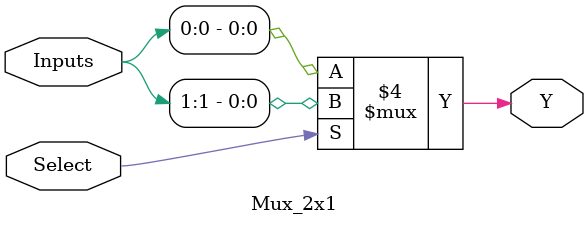
<source format=v>
module Mux_2x1(
    input [1:0] Inputs,
    input Select,
    output reg Y
);
    always @ (Select, Inputs) 
    begin
        if(Select == 0)
            Y = Inputs[0];
        else
            Y = Inputs[1];
    end
endmodule

</source>
